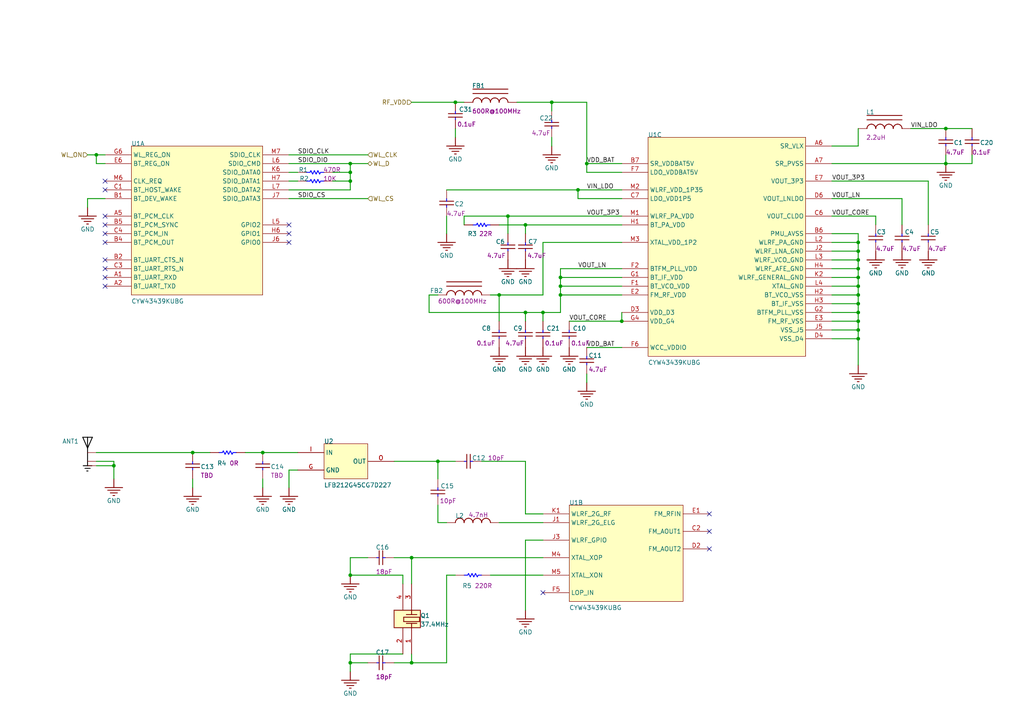
<source format=kicad_sch>
(kicad_sch (version 20230121) (generator eeschema)
  (paper "A4")
  (lib_symbols
    (symbol "CYW43438-altium-import:GND" (power)
      (property "Reference" "#PWR" (at 0 0 0))
      (property "Value" "GND" (at 0 6.35 0))
      (symbol "GND_0_0"
        (polyline (pts (xy -2.54 -2.54) (xy 2.54 -2.54)) (stroke (width 0.254)))
        (polyline (pts (xy -1.778 -3.302) (xy 1.778 -3.302)) (stroke (width 0.254)))
        (polyline (pts (xy -1.016 -4.064) (xy 1.016 -4.064)) (stroke (width 0.254)))
        (polyline (pts (xy -0.254 -4.826) (xy 0.254 -4.826)) (stroke (width 0.254)))
        (polyline (pts (xy 0 0) (xy 0 -2.54)) (stroke (width 0.254)))
        (pin power_in line (at 0 0 0) (length 0) hide (name "GND") (number ""))
      )
    )
    (symbol "CYW43438-altium-import:root_0_CYW43439KUBG"
      (symbol "root_0_CYW43439KUBG_1_0"
        (rectangle (start 38.1 43.18) (end 0 0) (fill (type background)))
        (pin passive line (at -7.62 5.08 0) (length 7.62) (name "BT_UART_RXD") (number "A1"))
        (pin passive line (at -7.62 2.54 0) (length 7.62) (name "BT_UART_TXD") (number "A2"))
        (pin passive line (at -7.62 22.86 0) (length 7.62) (name "BT_PCM_CLK") (number "A5"))
        (pin passive line (at -7.62 27.94 0) (length 7.62) (name "BT_DEV_WAKE") (number "B1"))
        (pin passive line (at -7.62 10.16 0) (length 7.62) (name "BT_UART_CTS_N") (number "B2"))
        (pin passive line (at -7.62 15.24 0) (length 7.62) (name "BT_PCM_OUT") (number "B4"))
        (pin passive line (at -7.62 20.32 0) (length 7.62) (name "BT_PCM_SYNC") (number "B5"))
        (pin passive line (at -7.62 30.48 0) (length 7.62) (name "BT_HOST_WAKE") (number "C1"))
        (pin passive line (at -7.62 7.62 0) (length 7.62) (name "BT_UART_RTS_N") (number "C3"))
        (pin passive line (at -7.62 17.78 0) (length 7.62) (name "BT_PCM_IN") (number "C4"))
        (pin passive line (at -7.62 38.1 0) (length 7.62) (name "BT_REG_ON") (number "E6"))
        (pin passive line (at -7.62 40.64 0) (length 7.62) (name "WL_REG_ON") (number "G6"))
        (pin passive line (at 45.72 17.78 180) (length 7.62) (name "GPIO1") (number "H6"))
        (pin passive line (at 45.72 33.02 180) (length 7.62) (name "SDIO_DATA1") (number "H7"))
        (pin passive line (at 45.72 15.24 180) (length 7.62) (name "GPIO0") (number "J6"))
        (pin passive line (at 45.72 27.94 180) (length 7.62) (name "SDIO_DATA3") (number "J7"))
        (pin passive line (at 45.72 35.56 180) (length 7.62) (name "SDIO_DATA0") (number "K6"))
        (pin passive line (at 45.72 20.32 180) (length 7.62) (name "GPIO2") (number "L5"))
        (pin passive line (at 45.72 38.1 180) (length 7.62) (name "SDIO_CMD") (number "L6"))
        (pin passive line (at 45.72 30.48 180) (length 7.62) (name "SDIO_DATA2") (number "L7"))
        (pin passive line (at -7.62 33.02 0) (length 7.62) (name "CLK_REQ") (number "M6"))
        (pin passive line (at 45.72 40.64 180) (length 7.62) (name "SDIO_CLK") (number "M7"))
      )
      (symbol "root_0_CYW43439KUBG_2_0"
        (rectangle (start 33.02 27.94) (end 0 0) (fill (type background)))
        (pin passive line (at 40.64 20.32 180) (length 7.62) (name "FM_AOUT1") (number "C2"))
        (pin passive line (at 40.64 15.24 180) (length 7.62) (name "FM_AOUT2") (number "D2"))
        (pin passive line (at 40.64 25.4 180) (length 7.62) (name "FM_RFIN") (number "E1"))
        (pin passive line (at -7.62 2.54 0) (length 7.62) (name "LOP_IN") (number "F5"))
        (pin passive line (at -7.62 22.86 0) (length 7.62) (name "WLRF_2G_ELG") (number "J1"))
        (pin passive line (at -7.62 17.78 0) (length 7.62) (name "WLRF_GPIO") (number "J3"))
        (pin passive line (at -7.62 25.4 0) (length 7.62) (name "WLRF_2G_RF") (number "K1"))
        (pin passive line (at -7.62 12.7 0) (length 7.62) (name "XTAL_XOP") (number "M4"))
        (pin passive line (at -7.62 7.62 0) (length 7.62) (name "XTAL_XON") (number "M5"))
      )
      (symbol "root_0_CYW43439KUBG_3_0"
        (rectangle (start 45.72 63.5) (end 0 0) (fill (type background)))
        (pin passive line (at 53.34 60.96 180) (length 7.62) (name "SR_VLX") (number "A6"))
        (pin passive line (at 53.34 55.88 180) (length 7.62) (name "SR_PVSS") (number "A7"))
        (pin passive line (at 53.34 35.56 180) (length 7.62) (name "PMU_AVSS") (number "B6"))
        (pin passive line (at -7.62 55.88 0) (length 7.62) (name "SR_VDDBAT5V") (number "B7"))
        (pin passive line (at 53.34 40.64 180) (length 7.62) (name "VOUT_CLDO") (number "C6"))
        (pin passive line (at -7.62 45.72 0) (length 7.62) (name "LDO_VDD1P5") (number "C7"))
        (pin passive line (at -7.62 12.7 0) (length 7.62) (name "VDD_D3") (number "D3"))
        (pin passive line (at 53.34 5.08 180) (length 7.62) (name "VSS_D4") (number "D4"))
        (pin passive line (at 53.34 45.72 180) (length 7.62) (name "VOUT_LNLDO") (number "D6"))
        (pin passive line (at -7.62 17.78 0) (length 7.62) (name "FM_RF_VDD") (number "E2"))
        (pin passive line (at 53.34 10.16 180) (length 7.62) (name "FM_RF_VSS") (number "E3"))
        (pin passive line (at 53.34 50.8 180) (length 7.62) (name "VOUT_3P3") (number "E7"))
        (pin passive line (at -7.62 20.32 0) (length 7.62) (name "BT_VCO_VDD") (number "F1"))
        (pin passive line (at -7.62 25.4 0) (length 7.62) (name "BTFM_PLL_VDD") (number "F2"))
        (pin passive line (at -7.62 2.54 0) (length 7.62) (name "WCC_VDDIO") (number "F6"))
        (pin passive line (at -7.62 53.34 0) (length 7.62) (name "LDO_VDDBAT5V") (number "F7"))
        (pin passive line (at -7.62 22.86 0) (length 7.62) (name "BT_IF_VDD") (number "G1"))
        (pin passive line (at 53.34 12.7 180) (length 7.62) (name "BTFM_PLL_VSS") (number "G2"))
        (pin passive line (at -7.62 10.16 0) (length 7.62) (name "VDD_G4") (number "G4"))
        (pin passive line (at -7.62 38.1 0) (length 7.62) (name "BT_PA_VDD") (number "H1"))
        (pin passive line (at 53.34 17.78 180) (length 7.62) (name "BT_VCO_VSS") (number "H2"))
        (pin passive line (at 53.34 15.24 180) (length 7.62) (name "BT_IF_VSS") (number "H3"))
        (pin passive line (at 53.34 25.4 180) (length 7.62) (name "WLRF_AFE_GND") (number "H4"))
        (pin passive line (at 53.34 30.48 180) (length 7.62) (name "WLRF_LNA_GND") (number "J2"))
        (pin passive line (at 53.34 7.62 180) (length 7.62) (name "VSS_J5") (number "J5"))
        (pin passive line (at 53.34 22.86 180) (length 7.62) (name "WLRF_GENERAL_GND") (number "K2"))
        (pin passive line (at 53.34 33.02 180) (length 7.62) (name "WLRF_PA_GND") (number "L2"))
        (pin passive line (at 53.34 27.94 180) (length 7.62) (name "WLRF_VCO_GND") (number "L3"))
        (pin passive line (at 53.34 20.32 180) (length 7.62) (name "XTAL_GND") (number "L4"))
        (pin passive line (at -7.62 40.64 0) (length 7.62) (name "WLRF_PA_VDD") (number "M1"))
        (pin passive line (at -7.62 48.26 0) (length 7.62) (name "WLRF_VDD_1P35") (number "M2"))
        (pin passive line (at -7.62 33.02 0) (length 7.62) (name "XTAL_VDD_1P2") (number "M3"))
      )
    )
    (symbol "CYW43438-altium-import:root_0_Ferrite 33Ohm 6A"
      (symbol "root_0_Ferrite 33Ohm 6A_1_0"
        (polyline (pts (xy 0 0) (xy 10.16 0)) (stroke (width 0.254)))
        (polyline (pts (xy 10.16 1.27) (xy 0 1.27)) (stroke (width 0.254)))
        (arc (start 1.27 -1.27) (mid 0.372 -1.642) (end 0 -2.54) (stroke (width 0.254)))
        (arc (start 2.54 -2.54) (mid 2.168 -1.642) (end 1.27 -1.27) (stroke (width 0.254)))
        (arc (start 3.81 -1.27) (mid 2.912 -1.642) (end 2.54 -2.54) (stroke (width 0.254)))
        (arc (start 5.08 -2.54) (mid 4.708 -1.642) (end 3.81 -1.27) (stroke (width 0.254)))
        (arc (start 6.35 -1.27) (mid 5.452 -1.642) (end 5.08 -2.54) (stroke (width 0.254)))
        (arc (start 7.62 -2.54) (mid 7.248 -1.642) (end 6.35 -1.27) (stroke (width 0.254)))
        (arc (start 8.89 -1.27) (mid 7.992 -1.642) (end 7.62 -2.54) (stroke (width 0.254)))
        (arc (start 10.16 -2.54) (mid 9.788 -1.642) (end 8.89 -1.27) (stroke (width 0.254)))
        (pin passive line (at -2.54 -2.54 0) (length 2.54) (name "1") (number "1"))
        (pin passive line (at 12.7 -2.54 180) (length 2.54) (name "2") (number "2"))
      )
    )
    (symbol "CYW43438-altium-import:root_0_L 6.8uH 30%"
      (symbol "root_0_L 6.8uH 30%_1_0"
        (polyline (pts (xy 0 0) (xy 10.16 0)) (stroke (width 0.254)))
        (polyline (pts (xy 10.16 1.27) (xy 0 1.27)) (stroke (width 0.254)))
        (arc (start 1.27 -1.27) (mid 0.372 -1.642) (end 0 -2.54) (stroke (width 0.254)))
        (arc (start 2.54 -2.54) (mid 2.168 -1.642) (end 1.27 -1.27) (stroke (width 0.254)))
        (arc (start 3.81 -1.27) (mid 2.912 -1.642) (end 2.54 -2.54) (stroke (width 0.254)))
        (arc (start 5.08 -2.54) (mid 4.708 -1.642) (end 3.81 -1.27) (stroke (width 0.254)))
        (arc (start 6.35 -1.27) (mid 5.452 -1.642) (end 5.08 -2.54) (stroke (width 0.254)))
        (arc (start 7.62 -2.54) (mid 7.248 -1.642) (end 6.35 -1.27) (stroke (width 0.254)))
        (arc (start 8.89 -1.27) (mid 7.992 -1.642) (end 7.62 -2.54) (stroke (width 0.254)))
        (arc (start 10.16 -2.54) (mid 9.788 -1.642) (end 8.89 -1.27) (stroke (width 0.254)))
        (pin passive line (at -2.54 -2.54 0) (length 2.54) (name "1") (number "1"))
        (pin passive line (at 12.7 -2.54 180) (length 2.54) (name "2") (number "2"))
      )
    )
    (symbol "CYW43438-altium-import:root_0_L0603 470nH 1.4A"
      (symbol "root_0_L0603 470nH 1.4A_1_0"
        (arc (start 1.27 -1.27) (mid 0.372 -1.642) (end 0 -2.54) (stroke (width 0.254)))
        (arc (start 2.54 -2.54) (mid 2.168 -1.642) (end 1.27 -1.27) (stroke (width 0.254)))
        (arc (start 3.81 -1.27) (mid 2.912 -1.642) (end 2.54 -2.54) (stroke (width 0.254)))
        (arc (start 5.08 -2.54) (mid 4.708 -1.642) (end 3.81 -1.27) (stroke (width 0.254)))
        (arc (start 6.35 -1.27) (mid 5.452 -1.642) (end 5.08 -2.54) (stroke (width 0.254)))
        (arc (start 7.62 -2.54) (mid 7.248 -1.642) (end 6.35 -1.27) (stroke (width 0.254)))
        (arc (start 8.89 -1.27) (mid 7.992 -1.642) (end 7.62 -2.54) (stroke (width 0.254)))
        (arc (start 10.16 -2.54) (mid 9.788 -1.642) (end 8.89 -1.27) (stroke (width 0.254)))
        (pin passive line (at -2.54 -2.54 0) (length 2.54) (name "1") (number "1"))
        (pin passive line (at 12.7 -2.54 180) (length 2.54) (name "2") (number "2"))
      )
    )
    (symbol "CYW43438-altium-import:root_0_LFB212G45CG7D227"
      (symbol "root_0_LFB212G45CG7D227_1_0"
        (rectangle (start 12.7 10.16) (end 0 0) (fill (type background)))
        (pin passive line (at -7.62 2.54 0) (length 7.62) (name "GND") (number "G"))
        (pin passive line (at -7.62 7.62 0) (length 7.62) (name "IN") (number "I"))
        (pin passive line (at 20.32 5.08 180) (length 7.62) (name "OUT") (number "O"))
      )
    )
    (symbol "CYW43438-altium-import:root_0_R0402 1K 5% 1/16W"
      (symbol "root_0_R0402 1K 5% 1/16W_1_0"
        (polyline (pts (xy 7.62 0) (xy 6.604 0) (xy 6.35 -0.508) (xy 5.842 0.508) (xy 5.334 -0.508) (xy 4.826 0.508) (xy 4.318 -0.508) (xy 3.81 0.508) (xy 3.556 0) (xy 2.54 0)) (stroke (width 0.254) (color 0 0 255 1)))
        (pin passive line (at 0 0 0) (length 2.54) (name "1") (number "1"))
        (pin passive line (at 10.16 0 180) (length 2.54) (name "2") (number "2"))
      )
    )
    (symbol "CYW43438-altium-import:root_0_R0402 DNP"
      (symbol "root_0_R0402 DNP_1_0"
        (polyline (pts (xy 7.62 0) (xy 6.604 0) (xy 6.35 -0.508) (xy 5.842 0.508) (xy 5.334 -0.508) (xy 4.826 0.508) (xy 4.318 -0.508) (xy 3.81 0.508) (xy 3.556 0) (xy 2.54 0)) (stroke (width 0.254) (color 0 0 255 1)))
        (pin passive line (at 0 0 0) (length 2.54) (name "1") (number "1"))
        (pin passive line (at 10.16 0 180) (length 2.54) (name "2") (number "2"))
      )
    )
    (symbol "CYW43438-altium-import:root_0_mirrored_U.FL-R-SMT-1(10)"
      (symbol "root_0_mirrored_U.FL-R-SMT-1(10)_1_0"
        (polyline (pts (xy -1.397 3.175) (xy 0 0)) (stroke (width 0.254) (color 0 0 0 1)))
        (polyline (pts (xy 0 -5.08) (xy -1.27 -5.08)) (stroke (width 0.254) (color 0 0 0 1)))
        (polyline (pts (xy 0 -5.08) (xy 1.27 -5.08)) (stroke (width 0.254) (color 0 0 0 1)))
        (polyline (pts (xy 0 0) (xy 0 -5.08)) (stroke (width 0.254) (color 0 0 0 1)))
        (polyline (pts (xy 0 0) (xy 1.397 3.175)) (stroke (width 0.254) (color 0 0 0 1)))
        (polyline (pts (xy 0 3.175) (xy -1.397 3.175)) (stroke (width 0.254) (color 0 0 0 1)))
        (polyline (pts (xy 0 3.175) (xy 0 0)) (stroke (width 0.254) (color 0 0 0 1)))
        (polyline (pts (xy 0.127 -6.604) (xy -0.254 -6.604)) (stroke (width 0.254) (color 0 0 0 1)))
        (polyline (pts (xy 0.762 -5.842) (xy -0.762 -5.842)) (stroke (width 0.254) (color 0 0 0 1)))
        (polyline (pts (xy 1.397 3.175) (xy 0 3.175)) (stroke (width 0.254) (color 0 0 0 1)))
        (pin passive line (at 2.54 -1.27 180) (length 2.54) (name "RF") (number "1"))
        (pin passive line (at 2.54 -3.81 180) (length 2.54) (name "GND1") (number "2"))
        (pin passive line (at 2.54 -5.08 180) (length 2.54) (name "GND2") (number "3"))
      )
    )
    (symbol "CYW43438-altium-import:root_1_C0201 DNP"
      (symbol "root_1_C0201 DNP_1_0"
        (polyline (pts (xy 2.54 2.54) (xy 3.302 2.54)) (stroke (width 0.254) (color 0 0 255 1)))
        (polyline (pts (xy 3.302 0.508) (xy 3.302 4.572)) (stroke (width 0.254)))
        (polyline (pts (xy 4.318 4.572) (xy 4.318 0.508)) (stroke (width 0.254)))
        (polyline (pts (xy 5.08 2.54) (xy 4.318 2.54)) (stroke (width 0.254) (color 0 0 255 1)))
        (pin passive line (at 0 2.54 0) (length 2.54) (name "1") (number "1"))
        (pin passive line (at 7.62 2.54 180) (length 2.54) (name "2") (number "2"))
      )
    )
    (symbol "CYW43438-altium-import:root_2_C0201 DNP"
      (symbol "root_2_C0201 DNP_1_0"
        (polyline (pts (xy -4.572 4.318) (xy -0.508 4.318)) (stroke (width 0.254)))
        (polyline (pts (xy -2.54 2.54) (xy -2.54 3.302)) (stroke (width 0.254) (color 0 0 255 1)))
        (polyline (pts (xy -2.54 5.08) (xy -2.54 4.318)) (stroke (width 0.254) (color 0 0 255 1)))
        (polyline (pts (xy -0.508 3.302) (xy -4.572 3.302)) (stroke (width 0.254)))
        (pin passive line (at -2.54 0 90) (length 2.54) (name "1") (number "1"))
        (pin passive line (at -2.54 7.62 270) (length 2.54) (name "2") (number "2"))
      )
    )
    (symbol "CYW43438-altium-import:root_2_C0402 12pF 50V C0G 2%"
      (symbol "root_2_C0402 12pF 50V C0G 2%_1_0"
        (polyline (pts (xy -4.572 4.318) (xy -0.508 4.318)) (stroke (width 0.254)))
        (polyline (pts (xy -2.54 2.54) (xy -2.54 3.302)) (stroke (width 0.254) (color 0 0 255 1)))
        (polyline (pts (xy -2.54 5.08) (xy -2.54 4.318)) (stroke (width 0.254) (color 0 0 255 1)))
        (polyline (pts (xy -0.508 3.302) (xy -4.572 3.302)) (stroke (width 0.254)))
        (pin passive line (at -2.54 0 90) (length 2.54) (name "1") (number "1"))
        (pin passive line (at -2.54 7.62 270) (length 2.54) (name "2") (number "2"))
      )
    )
    (symbol "CYW43438-altium-import:root_2_R0402 DNP"
      (symbol "root_2_R0402 DNP_1_0"
        (polyline (pts (xy -7.62 0) (xy -6.604 0) (xy -6.35 0.508) (xy -5.842 -0.508) (xy -5.334 0.508) (xy -4.826 -0.508) (xy -4.318 0.508) (xy -3.81 -0.508) (xy -3.556 0) (xy -2.54 0)) (stroke (width 0.254) (color 0 0 255 1)))
        (pin passive line (at 0 0 180) (length 2.54) (name "1") (number "1"))
        (pin passive line (at -10.16 0 0) (length 2.54) (name "2") (number "2"))
      )
    )
    (symbol "CYW43438-altium-import:root_3_CRYSTAL"
      (symbol "root_3_CRYSTAL_1_0"
        (polyline (pts (xy 2.794 -3.302) (xy 2.794 -2.032)) (stroke (width 0.254)))
        (polyline (pts (xy 5.08 -5.08) (xy 5.08 -3.81)) (stroke (width 0.254)))
        (polyline (pts (xy 5.08 0) (xy 5.08 -1.27)) (stroke (width 0.254)))
        (polyline (pts (xy 6.604 -3.81) (xy 3.556 -3.81)) (stroke (width 0.254)))
        (polyline (pts (xy 6.604 -1.27) (xy 3.556 -1.27)) (stroke (width 0.254)))
        (polyline (pts (xy 7.366 -3.302) (xy 2.794 -3.302)) (stroke (width 0.254)))
        (polyline (pts (xy 7.366 -3.302) (xy 7.366 -2.032)) (stroke (width 0.254)))
        (polyline (pts (xy 7.366 -2.032) (xy 2.794 -2.032)) (stroke (width 0.254)))
        (rectangle (start 7.62 0) (end 0 -5.08) (stroke (width 0.254)) (fill (type background)))
        (pin passive line (at 5.08 -12.7 90) (length 7.62) (name "1") (number "1"))
        (pin passive line (at 2.54 -12.7 90) (length 7.62) (name "2") (number "2"))
        (pin passive line (at 5.08 7.62 270) (length 7.62) (name "3") (number "3"))
        (pin passive line (at 2.54 7.62 270) (length 7.62) (name "4") (number "4"))
      )
    )
  )
  (junction (at 180.34 93.1672))
  (junction (at 101.6 47.4472))
  (junction (at 162.56 85.5472))
  (junction (at 162.56 80.4672))
  (junction (at 101.6 192.2272))
  (junction (at 157.48 90.6272))
  (junction (at 248.92 85.5472))
  (junction (at 248.92 83.0072))
  (junction (at 162.56 83.0072))
  (junction (at 152.4 90.6272))
  (junction (at 119.38 161.7472))
  (junction (at 55.88 131.2672))
  (junction (at 248.92 98.2472))
  (junction (at 274.32 47.4472))
  (junction (at 248.92 80.4672))
  (junction (at 248.92 77.9272))
  (junction (at 127 133.8072))
  (junction (at 76.2 131.2672))
  (junction (at 248.92 95.7072))
  (junction (at 167.64 55.0672))
  (junction (at 132.08 29.6672))
  (junction (at 33.02 135.0772))
  (junction (at 152.4 65.2272))
  (junction (at 144.78 85.5472))
  (junction (at 274.32 37.2872))
  (junction (at 119.38 192.2272))
  (junction (at 170.18 47.4472))
  (junction (at 248.92 70.3072))
  (junction (at 101.6 52.5272))
  (junction (at 248.92 88.0872))
  (junction (at 248.92 75.3872))
  (junction (at 147.32 62.6872))
  (junction (at 248.92 72.8472))
  (junction (at 248.92 90.6272))
  (junction (at 27.94 44.9072))
  (junction (at 101.6 49.9872))
  (junction (at 101.6 166.8272))
  (junction (at 248.92 93.1672))
  (junction (at 160.02 29.6672))
  (no_connect (at 83.82 65.2272))
  (no_connect (at 30.48 80.4672))
  (no_connect (at 205.74 149.0472))
  (no_connect (at 83.82 70.3072))
  (no_connect (at 157.48 171.9072))
  (no_connect (at 205.74 154.1272))
  (no_connect (at 30.48 75.3872))
  (no_connect (at 30.48 55.0672))
  (no_connect (at 30.48 83.0072))
  (no_connect (at 30.48 67.7672))
  (no_connect (at 30.48 65.2272))
  (no_connect (at 30.48 62.6872))
  (no_connect (at 30.48 77.9272))
  (no_connect (at 83.82 67.7672))
  (no_connect (at 30.48 70.3072))
  (no_connect (at 30.48 52.5272))
  (no_connect (at 205.74 159.2072))
  (wire (pts (xy 162.56 85.5472) (xy 180.34 85.5472)) (stroke (width 0.254)))
  (wire (pts (xy 119.38 161.7472) (xy 157.48 161.7472)) (stroke (width 0.254)))
  (wire (pts (xy 116.84 189.6872) (xy 101.6 189.6872)) (stroke (width 0.254)))
  (wire (pts (xy 144.78 85.5472) (xy 157.48 85.5472)) (stroke (width 0.254)))
  (wire (pts (xy 152.4 65.2272) (xy 180.34 65.2272)) (stroke (width 0.254)))
  (wire (pts (xy 248.92 83.0072) (xy 248.92 85.5472)) (stroke (width 0.254)))
  (wire (pts (xy 127 133.8072) (xy 132.08 133.8072)) (stroke (width 0.254)))
  (wire (pts (xy 27.94 133.8072) (xy 33.02 133.8072)) (stroke (width 0.254)))
  (wire (pts (xy 241.3 77.9272) (xy 248.92 77.9272)) (stroke (width 0.254)))
  (wire (pts (xy 152.4 93.1672) (xy 152.4 90.6272)) (stroke (width 0.254)))
  (wire (pts (xy 248.92 85.5472) (xy 248.92 88.0872)) (stroke (width 0.254)))
  (wire (pts (xy 180.34 93.1672) (xy 180.34 90.6272)) (stroke (width 0.254)))
  (wire (pts (xy 127 146.5072) (xy 127 151.5872)) (stroke (width 0.254)))
  (wire (pts (xy 248.92 77.9272) (xy 248.92 80.4672)) (stroke (width 0.254)))
  (wire (pts (xy 127 151.5872) (xy 129.54 151.5872)) (stroke (width 0.254)))
  (wire (pts (xy 76.2 131.2672) (xy 86.36 131.2672)) (stroke (width 0.254)))
  (wire (pts (xy 241.3 47.4472) (xy 274.32 47.4472)) (stroke (width 0.254)))
  (wire (pts (xy 157.48 70.3072) (xy 180.34 70.3072)) (stroke (width 0.254)))
  (wire (pts (xy 248.92 67.7672) (xy 248.92 70.3072)) (stroke (width 0.254)))
  (wire (pts (xy 127 85.5472) (xy 124.46 85.5472)) (stroke (width 0.254)))
  (wire (pts (xy 83.82 55.0672) (xy 101.6 55.0672)) (stroke (width 0.254)))
  (wire (pts (xy 167.64 57.6072) (xy 167.64 55.0672)) (stroke (width 0.254)))
  (wire (pts (xy 241.3 62.6872) (xy 254 62.6872)) (stroke (width 0.254)))
  (wire (pts (xy 157.48 151.5872) (xy 144.78 151.5872)) (stroke (width 0.254)))
  (wire (pts (xy 114.3 192.2272) (xy 119.38 192.2272)) (stroke (width 0.254)))
  (wire (pts (xy 27.94 135.0772) (xy 33.02 135.0772)) (stroke (width 0.254)))
  (wire (pts (xy 241.3 93.1672) (xy 248.92 93.1672)) (stroke (width 0.254)))
  (wire (pts (xy 157.48 166.8272) (xy 142.24 166.8272)) (stroke (width 0.254)))
  (wire (pts (xy 248.92 75.3872) (xy 248.92 77.9272)) (stroke (width 0.254)))
  (wire (pts (xy 142.24 85.5472) (xy 144.78 85.5472)) (stroke (width 0.254)))
  (wire (pts (xy 241.3 72.8472) (xy 248.92 72.8472)) (stroke (width 0.254)))
  (wire (pts (xy 157.48 93.1672) (xy 157.48 90.6272)) (stroke (width 0.254)))
  (wire (pts (xy 160.02 32.2072) (xy 160.02 29.6672)) (stroke (width 0.254)))
  (wire (pts (xy 170.18 47.4472) (xy 170.18 29.6672)) (stroke (width 0.254)))
  (wire (pts (xy 152.4 133.8072) (xy 139.7 133.8072)) (stroke (width 0.254)))
  (wire (pts (xy 157.48 149.0472) (xy 152.4 149.0472)) (stroke (width 0.254)))
  (wire (pts (xy 248.92 70.3072) (xy 248.92 72.8472)) (stroke (width 0.254)))
  (wire (pts (xy 83.82 52.5272) (xy 86.36 52.5272)) (stroke (width 0.254)))
  (wire (pts (xy 160.02 29.6672) (xy 149.86 29.6672)) (stroke (width 0.254)))
  (wire (pts (xy 269.24 52.5272) (xy 269.24 65.2272)) (stroke (width 0.254)))
  (wire (pts (xy 114.3 161.7472) (xy 119.38 161.7472)) (stroke (width 0.254)))
  (wire (pts (xy 132.08 166.8272) (xy 129.54 166.8272)) (stroke (width 0.254)))
  (wire (pts (xy 180.34 62.6872) (xy 147.32 62.6872)) (stroke (width 0.254)))
  (wire (pts (xy 106.68 57.6072) (xy 83.82 57.6072)) (stroke (width 0.254)))
  (wire (pts (xy 27.94 47.4472) (xy 30.48 47.4472)) (stroke (width 0.254)))
  (wire (pts (xy 106.68 192.2272) (xy 101.6 192.2272)) (stroke (width 0.254)))
  (wire (pts (xy 27.94 44.9072) (xy 25.4 44.9072)) (stroke (width 0.254)))
  (wire (pts (xy 180.34 77.9272) (xy 162.56 77.9272)) (stroke (width 0.254)))
  (wire (pts (xy 101.6 47.4472) (xy 106.68 47.4472)) (stroke (width 0.254)))
  (wire (pts (xy 241.3 52.5272) (xy 269.24 52.5272)) (stroke (width 0.254)))
  (wire (pts (xy 180.34 55.0672) (xy 167.64 55.0672)) (stroke (width 0.254)))
  (wire (pts (xy 241.3 75.3872) (xy 248.92 75.3872)) (stroke (width 0.254)))
  (wire (pts (xy 124.46 90.6272) (xy 152.4 90.6272)) (stroke (width 0.254)))
  (wire (pts (xy 241.3 80.4672) (xy 248.92 80.4672)) (stroke (width 0.254)))
  (wire (pts (xy 144.78 65.2272) (xy 152.4 65.2272)) (stroke (width 0.254)))
  (wire (pts (xy 180.34 47.4472) (xy 170.18 47.4472)) (stroke (width 0.254)))
  (wire (pts (xy 281.94 47.4472) (xy 274.32 47.4472)) (stroke (width 0.254)))
  (wire (pts (xy 180.34 83.0072) (xy 162.56 83.0072)) (stroke (width 0.254)))
  (wire (pts (xy 132.08 39.8272) (xy 132.08 37.2872)) (stroke (width 0.254)))
  (wire (pts (xy 76.2 141.4272) (xy 76.2 138.8872)) (stroke (width 0.254)))
  (wire (pts (xy 170.18 49.9872) (xy 170.18 47.4472)) (stroke (width 0.254)))
  (wire (pts (xy 157.48 156.6672) (xy 152.4 156.6672)) (stroke (width 0.254)))
  (wire (pts (xy 248.92 95.7072) (xy 248.92 98.2472)) (stroke (width 0.254)))
  (wire (pts (xy 134.62 62.6872) (xy 134.62 65.2272)) (stroke (width 0.254)))
  (wire (pts (xy 83.82 136.3472) (xy 83.82 141.4272)) (stroke (width 0.254)))
  (wire (pts (xy 101.6 52.5272) (xy 101.6 49.9872)) (stroke (width 0.254)))
  (wire (pts (xy 114.3 133.8072) (xy 127 133.8072)) (stroke (width 0.254)))
  (wire (pts (xy 241.3 70.3072) (xy 248.92 70.3072)) (stroke (width 0.254)))
  (wire (pts (xy 248.92 88.0872) (xy 248.92 90.6272)) (stroke (width 0.254)))
  (wire (pts (xy 274.32 47.4472) (xy 274.32 44.9072)) (stroke (width 0.254)))
  (wire (pts (xy 55.88 141.4272) (xy 55.88 138.8872)) (stroke (width 0.254)))
  (wire (pts (xy 170.18 29.6672) (xy 160.02 29.6672)) (stroke (width 0.254)))
  (wire (pts (xy 96.52 49.9872) (xy 101.6 49.9872)) (stroke (width 0.254)))
  (wire (pts (xy 152.4 149.0472) (xy 152.4 133.8072)) (stroke (width 0.254)))
  (wire (pts (xy 83.82 47.4472) (xy 101.6 47.4472)) (stroke (width 0.254)))
  (wire (pts (xy 170.18 100.7872) (xy 180.34 100.7872)) (stroke (width 0.254)))
  (wire (pts (xy 144.78 93.1672) (xy 144.78 85.5472)) (stroke (width 0.254)))
  (wire (pts (xy 241.3 67.7672) (xy 248.92 67.7672)) (stroke (width 0.254)))
  (wire (pts (xy 248.92 80.4672) (xy 248.92 83.0072)) (stroke (width 0.254)))
  (wire (pts (xy 180.34 57.6072) (xy 167.64 57.6072)) (stroke (width 0.254)))
  (wire (pts (xy 241.3 98.2472) (xy 248.92 98.2472)) (stroke (width 0.254)))
  (wire (pts (xy 248.92 72.8472) (xy 248.92 75.3872)) (stroke (width 0.254)))
  (wire (pts (xy 241.3 85.5472) (xy 248.92 85.5472)) (stroke (width 0.254)))
  (wire (pts (xy 248.92 42.3672) (xy 241.3 42.3672)) (stroke (width 0.254)))
  (wire (pts (xy 152.4 156.6672) (xy 152.4 176.9872)) (stroke (width 0.254)))
  (wire (pts (xy 248.92 93.1672) (xy 248.92 95.7072)) (stroke (width 0.254)))
  (wire (pts (xy 254 62.6872) (xy 254 65.2272)) (stroke (width 0.254)))
  (wire (pts (xy 106.68 44.9072) (xy 83.82 44.9072)) (stroke (width 0.254)))
  (wire (pts (xy 152.4 67.7672) (xy 152.4 65.2272)) (stroke (width 0.254)))
  (wire (pts (xy 101.6 49.9872) (xy 101.6 47.4472)) (stroke (width 0.254)))
  (wire (pts (xy 30.48 57.6072) (xy 25.4 57.6072)) (stroke (width 0.254)))
  (wire (pts (xy 248.92 98.2472) (xy 248.92 105.8672)) (stroke (width 0.254)))
  (wire (pts (xy 241.3 57.6072) (xy 261.62 57.6072)) (stroke (width 0.254)))
  (wire (pts (xy 101.6 189.6872) (xy 101.6 192.2272)) (stroke (width 0.254)))
  (wire (pts (xy 261.62 57.6072) (xy 261.62 65.2272)) (stroke (width 0.254)))
  (wire (pts (xy 160.02 42.3672) (xy 160.02 39.8272)) (stroke (width 0.254)))
  (wire (pts (xy 241.3 88.0872) (xy 248.92 88.0872)) (stroke (width 0.254)))
  (wire (pts (xy 127 138.8872) (xy 127 133.8072)) (stroke (width 0.254)))
  (wire (pts (xy 116.84 169.3672) (xy 116.84 166.8272)) (stroke (width 0.254)))
  (wire (pts (xy 152.4 90.6272) (xy 157.48 90.6272)) (stroke (width 0.254)))
  (wire (pts (xy 162.56 80.4672) (xy 180.34 80.4672)) (stroke (width 0.254)))
  (wire (pts (xy 101.6 166.8272) (xy 101.6 161.7472)) (stroke (width 0.254)))
  (wire (pts (xy 129.54 67.7672) (xy 129.54 62.6872)) (stroke (width 0.254)))
  (wire (pts (xy 86.36 136.3472) (xy 83.82 136.3472)) (stroke (width 0.254)))
  (wire (pts (xy 27.94 131.2672) (xy 55.88 131.2672)) (stroke (width 0.254)))
  (wire (pts (xy 162.56 77.9272) (xy 162.56 80.4672)) (stroke (width 0.254)))
  (wire (pts (xy 129.54 166.8272) (xy 129.54 192.2272)) (stroke (width 0.254)))
  (wire (pts (xy 101.6 55.0672) (xy 101.6 52.5272)) (stroke (width 0.254)))
  (wire (pts (xy 157.48 85.5472) (xy 157.48 70.3072)) (stroke (width 0.254)))
  (wire (pts (xy 167.64 55.0672) (xy 129.54 55.0672)) (stroke (width 0.254)))
  (wire (pts (xy 25.4 57.6072) (xy 25.4 60.1472)) (stroke (width 0.254)))
  (wire (pts (xy 96.52 52.5272) (xy 101.6 52.5272)) (stroke (width 0.254)))
  (wire (pts (xy 274.32 37.2872) (xy 264.16 37.2872)) (stroke (width 0.254)))
  (wire (pts (xy 119.38 192.2272) (xy 119.38 189.6872)) (stroke (width 0.254)))
  (wire (pts (xy 147.32 67.7672) (xy 147.32 62.6872)) (stroke (width 0.254)))
  (wire (pts (xy 248.92 37.2872) (xy 248.92 42.3672)) (stroke (width 0.254)))
  (wire (pts (xy 71.12 131.2672) (xy 76.2 131.2672)) (stroke (width 0.254)))
  (wire (pts (xy 116.84 166.8272) (xy 101.6 166.8272)) (stroke (width 0.254)))
  (wire (pts (xy 241.3 83.0072) (xy 248.92 83.0072)) (stroke (width 0.254)))
  (wire (pts (xy 162.56 90.6272) (xy 162.56 85.5472)) (stroke (width 0.254)))
  (wire (pts (xy 157.48 90.6272) (xy 162.56 90.6272)) (stroke (width 0.254)))
  (wire (pts (xy 165.1 93.1672) (xy 180.34 93.1672)) (stroke (width 0.254)))
  (wire (pts (xy 147.32 62.6872) (xy 134.62 62.6872)) (stroke (width 0.254)))
  (wire (pts (xy 162.56 85.5472) (xy 162.56 83.0072)) (stroke (width 0.254)))
  (wire (pts (xy 241.3 95.7072) (xy 248.92 95.7072)) (stroke (width 0.254)))
  (wire (pts (xy 241.3 90.6272) (xy 248.92 90.6272)) (stroke (width 0.254)))
  (wire (pts (xy 101.6 161.7472) (xy 106.68 161.7472)) (stroke (width 0.254)))
  (wire (pts (xy 33.02 133.8072) (xy 33.02 135.0772)) (stroke (width 0.254)))
  (wire (pts (xy 124.46 85.5472) (xy 124.46 90.6272)) (stroke (width 0.254)))
  (wire (pts (xy 248.92 90.6272) (xy 248.92 93.1672)) (stroke (width 0.254)))
  (wire (pts (xy 55.88 131.2672) (xy 60.96 131.2672)) (stroke (width 0.254)))
  (wire (pts (xy 281.94 44.9072) (xy 281.94 47.4472)) (stroke (width 0.254)))
  (wire (pts (xy 132.08 29.6672) (xy 134.62 29.6672)) (stroke (width 0.254)))
  (wire (pts (xy 83.82 49.9872) (xy 86.36 49.9872)) (stroke (width 0.254)))
  (wire (pts (xy 27.94 44.9072) (xy 27.94 47.4472)) (stroke (width 0.254)))
  (wire (pts (xy 162.56 83.0072) (xy 162.56 80.4672)) (stroke (width 0.254)))
  (wire (pts (xy 170.18 110.9472) (xy 170.18 108.4072)) (stroke (width 0.254)))
  (wire (pts (xy 119.38 169.3672) (xy 119.38 161.7472)) (stroke (width 0.254)))
  (wire (pts (xy 119.38 29.6672) (xy 132.08 29.6672)) (stroke (width 0.254)))
  (wire (pts (xy 33.02 135.0772) (xy 33.02 138.8872)) (stroke (width 0.254)))
  (wire (pts (xy 180.34 49.9872) (xy 170.18 49.9872)) (stroke (width 0.254)))
  (wire (pts (xy 281.94 37.2872) (xy 274.32 37.2872)) (stroke (width 0.254)))
  (wire (pts (xy 101.6 192.2272) (xy 101.6 194.7672)) (stroke (width 0.254)))
  (wire (pts (xy 129.54 192.2272) (xy 119.38 192.2272)) (stroke (width 0.254)))
  (wire (pts (xy 30.48 44.9072) (xy 27.94 44.9072)) (stroke (width 0.254)))
  (label "VOUT_LN" (at 241.3 57.6072 180))
  (label "VOUT_3P3" (at 170.18 62.6872 180))
  (label "VOUT_3P3" (at 241.3 52.5272 180))
  (label "VIN_LDO" (at 170.18 55.0672 180))
  (label "SDIO_DIO" (at 86.36 47.4472 180))
  (label "VOUT_LN" (at 167.64 77.9272 180))
  (label "VDD_BAT" (at 170.18 100.7872 180))
  (label "VDD_BAT" (at 170.18 47.4472 180))
  (label "VOUT_CORE" (at 241.3 62.6872 180))
  (label "SDIO_CLK" (at 86.36 44.9072 180))
  (label "VOUT_CORE" (at 165.1 93.1672 180))
  (label "VIN_LDO" (at 264.16 37.2872 180))
  (label "SDIO_CS" (at 86.36 57.6072 180))
  (hierarchical_label "WL_D" (shape bidirectional) (at 106.68 47.4472 0))
  (hierarchical_label "WL_CS" (shape input) (at 106.68 57.6072 0))
  (hierarchical_label "WL_CLK" (shape input) (at 106.68 44.9072 0))
  (hierarchical_label "WL_ON" (shape input) (at 25.4 44.9072 180))
  (hierarchical_label "RF_VDD" (shape input) (at 119.38 29.6672 180))
  (symbol (lib_id "CYW43438-altium-import:root_2_C0402 12pF 50V C0G 2%") (at 162.56 39.8272 0) (unit 1)
    (property "Reference" "C22" (at 156.464 35.0012 0) (effects (justify left bottom)))
    (property "Value" "C0402 12pF 50V" (effects hide))
    (property "Footprint" "C0402" (effects hide))
    (property "DIGIKEY" "490-6197-1-ND" (effects hide))
    (property "PN" "GRM155R61A475KEAAD" (effects hide))
    (property "MFG" "muRata" (effects hide))
    (property "SUPPLIER 1" "Digi-Key" (effects hide))
    (property "SUPPLIER PART NUMBER 1" "490-6197-1-ND" (effects hide))
    (property "ALTIUM_VALUE" "4.7uF" (at 154.178 39.3192 0) (effects (justify left bottom)))
  )
  (symbol (lib_id "CYW43438-altium-import:GND") (at 25.4 60.1472 0) (unit 1)
    (property "Reference" "#PWR?" (effects hide))
    (property "Value" "GND" (at 25.4 66.4972 0))
  )
  (symbol (lib_id "CYW43438-altium-import:root_2_R0402 DNP") (at 96.52 52.5272 0) (unit 1)
    (property "Reference" "R2" (at 86.868 52.5272 0) (effects (justify left bottom)))
    (property "Value" "R0402 DO NOT PLACE" (effects hide))
    (property "Footprint" "R0201" (effects hide))
    (property "MFG" "YAGEO" (effects hide))
    (property "PN" "RC0201JR-0710KL" (effects hide))
    (property "ALTIUM_VALUE" "10K" (at 93.726 52.5272 0) (effects (justify left bottom)))
  )
  (symbol (lib_id "CYW43438-altium-import:root_0_R0402 1K 5% 1/16W") (at 134.62 65.2272 0) (unit 1)
    (property "Reference" "R3" (at 135.636 68.5292 0) (effects (justify left bottom)))
    (property "Value" "R0402 1K 5% 1/16W" (effects hide))
    (property "Footprint" "R0402" (effects hide))
    (property "DIGIKEY" "YAG3525TR-ND" (effects hide))
    (property "PN" "RC0402FR-0722RL" (effects hide))
    (property "MFG" "YAGEO" (effects hide))
    (property "SUPPLIER 1" "Digi-Key" (effects hide))
    (property "SUPPLIER PART NUMBER 1" "YAG3525DKR-ND" (effects hide))
    (property "ALTIUM_VALUE" "22R" (at 138.938 68.5292 0) (effects (justify left bottom)))
  )
  (symbol (lib_id "CYW43438-altium-import:root_0_mirrored_U.FL-R-SMT-1(10)") (at 25.4 129.9972 0) (unit 1)
    (property "Reference" "ANT1" (at 22.86 128.7272 0) (effects (justify right bottom)))
    (property "Value" "U.FL-R-SMT-1(10)" (effects hide))
    (property "Footprint" "AN043_2.4GHZ" (effects hide))
    (property "PACKAGE" "None" (effects hide))
    (property "MANUFACTURER" "Hirose" (effects hide))
    (property "DIGIKEY" "H11891CT-ND" (effects hide))
    (property "SNAPEDA_LINK" "https://www.snapeda.com/parts/U.FL-R-SMT-1%2810%29/Hirose%20Electric%20Co%20Ltd/view-part/?ref=snap" (effects hide))
    (property "PART NUMBER" "U.FL-R-SMT-1_10_" (effects hide))
    (property "ALTIUM_VALUE" "*" (effects hide))
    (property "SUPPLIER 1" "Digi-Key" (effects hide))
    (property "SUPPLIER PART NUMBER 1" "H11891DKR-ND" (effects hide))
  )
  (symbol (lib_id "CYW43438-altium-import:root_2_C0402 12pF 50V C0G 2%") (at 160.02 100.7872 0) (unit 1)
    (property "Reference" "C21" (at 158.496 95.9612 0) (effects (justify left bottom)))
    (property "Value" "C0402 12pF 50V" (effects hide))
    (property "Footprint" "C0201" (effects hide))
    (property "DIGIKEY" "490-6197-1-ND" (effects hide))
    (property "PN" "GRM033Z71A104KE14D" (effects hide))
    (property "MFG" "muRata" (effects hide))
    (property "SUPPLIER 1" "Digi-Key" (effects hide))
    (property "SUPPLIER PART NUMBER 1" "490-6197-1-ND" (effects hide))
    (property "ALTIUM_VALUE" "0.1uF" (at 157.988 100.2792 0) (effects (justify left bottom)))
  )
  (symbol (lib_id "CYW43438-altium-import:root_2_C0402 12pF 50V C0G 2%") (at 271.78 72.8472 0) (unit 1)
    (property "Reference" "C5" (at 269.748 68.0212 0) (effects (justify left bottom)))
    (property "Value" "C0402 12pF 50V" (effects hide))
    (property "Footprint" "C0402" (effects hide))
    (property "DIGIKEY" "490-6197-1-ND" (effects hide))
    (property "PN" "GRM155R61A475KEAAD" (effects hide))
    (property "MFG" "muRata" (effects hide))
    (property "SUPPLIER 1" "Digi-Key" (effects hide))
    (property "SUPPLIER PART NUMBER 1" "490-6197-1-ND" (effects hide))
    (property "ALTIUM_VALUE" "4.7uF" (at 269.24 72.8472 0) (effects (justify left bottom)))
  )
  (symbol (lib_id "CYW43438-altium-import:root_0_CYW43439KUBG") (at 165.1 174.4472 0) (unit 2)
    (property "Reference" "U1" (at 165.1 146.5072 0) (effects (justify left bottom)))
    (property "Value" "CYW43439KUBG" (at 165.1 176.9872 0) (effects (justify left bottom)))
    (property "Footprint" "CY43439" (effects hide))
    (property "PN" "CYW43439KUBG" (effects hide))
    (property "MFG" "Infineon" (effects hide))
    (property "ALTIUM_VALUE" "N/A" (effects hide))
  )
  (symbol (lib_id "CYW43438-altium-import:GND") (at 274.32 47.4472 0) (unit 1)
    (property "Reference" "#PWR?" (effects hide))
    (property "Value" "GND" (at 274.32 53.7972 0))
  )
  (symbol (lib_id "CYW43438-altium-import:root_2_C0402 12pF 50V C0G 2%") (at 134.62 37.2872 0) (unit 1)
    (property "Reference" "C31" (at 133.096 32.4612 0) (effects (justify left bottom)))
    (property "Value" "C0402 12pF 50V" (effects hide))
    (property "Footprint" "C0201" (effects hide))
    (property "DIGIKEY" "490-6197-1-ND" (effects hide))
    (property "PN" "GRM033Z71A104KE14D" (effects hide))
    (property "MFG" "muRata" (effects hide))
    (property "SUPPLIER 1" "Digi-Key" (effects hide))
    (property "SUPPLIER PART NUMBER 1" "490-6197-1-ND" (effects hide))
    (property "ALTIUM_VALUE" "0.1uF" (at 132.588 36.7792 0) (effects (justify left bottom)))
  )
  (symbol (lib_id "CYW43438-altium-import:GND") (at 269.24 72.8472 0) (unit 1)
    (property "Reference" "#PWR?" (effects hide))
    (property "Value" "GND" (at 269.24 79.1972 0))
  )
  (symbol (lib_id "CYW43438-altium-import:root_0_Ferrite 33Ohm 6A") (at 129.54 83.0072 0) (unit 1)
    (property "Reference" "FB2" (at 124.714 85.0392 0) (effects (justify left bottom)))
    (property "Value" "Ferrite 33Ohm 6A" (effects hide))
    (property "Footprint" "D:_OneDrive_AltiumDesignerLibrary_Custom Components.PcbLib_L0402" (effects hide))
    (property "MFG" "muRata" (effects hide))
    (property "PN" "BLM15AG601SN1D" (effects hide))
    (property "SUPPLIER 1" "Digi-Key" (effects hide))
    (property "SUPPLIER PART NUMBER 1" "490-5989-6-ND" (effects hide))
    (property "ALTIUM_VALUE" "600R@100MHz" (at 127 88.0872 0) (effects (justify left bottom)))
  )
  (symbol (lib_id "CYW43438-altium-import:root_0_L 6.8uH 30%") (at 251.46 34.7472 0) (unit 1)
    (property "Reference" "L1" (at 251.206 33.2232 0) (effects (justify left bottom)))
    (property "Value" "Inductor 6.8uH 30%" (effects hide))
    (property "Footprint" "L0805" (effects hide))
    (property "MFG" "TAIYO YUDEN" (effects hide))
    (property "SUPPLIER 1" "Digi-Key" (effects hide))
    (property "SUPPLIER PART NUMBER 1" "587-2000-1-ND" (effects hide))
    (property "PN" "BRC2012T2R2MD" (effects hide))
    (property "ALTIUM_VALUE" "2.2uH" (at 251.206 40.5892 0) (effects (justify left bottom)))
  )
  (symbol (lib_id "CYW43438-altium-import:root_2_C0201 DNP") (at 58.42 138.8872 0) (unit 1)
    (property "Reference" "C13" (at 58.166 136.0932 0) (effects (justify left bottom)))
    (property "Value" "C0201 DNP" (effects hide))
    (property "Footprint" "C0201" (effects hide))
    (property "DIGIKEY" "N/A" (effects hide))
    (property "PART NUMBER" "N/A" (effects hide))
    (property "ALTIUM_VALUE" "TBD" (at 58.166 138.6332 0) (effects (justify left bottom)))
  )
  (symbol (lib_id "CYW43438-altium-import:GND") (at 76.2 141.4272 0) (unit 1)
    (property "Reference" "#PWR?" (effects hide))
    (property "Value" "GND" (at 76.2 147.7772 0))
  )
  (symbol (lib_id "CYW43438-altium-import:GND") (at 254 72.8472 0) (unit 1)
    (property "Reference" "#PWR?" (effects hide))
    (property "Value" "GND" (at 254 79.1972 0))
  )
  (symbol (lib_id "CYW43438-altium-import:GND") (at 248.92 105.8672 0) (unit 1)
    (property "Reference" "#PWR?" (effects hide))
    (property "Value" "GND" (at 248.92 112.2172 0))
  )
  (symbol (lib_id "CYW43438-altium-import:root_0_LFB212G45CG7D227") (at 93.98 138.8872 0) (unit 1)
    (property "Reference" "U2" (at 93.98 128.7272 0) (effects (justify left bottom)))
    (property "Value" "LFB212G45CG7D227" (at 93.98 141.4272 0) (effects (justify left bottom)))
    (property "Footprint" "LFB212G45CG7D227" (effects hide))
    (property "PN" "LFB212G45CG7D227" (effects hide))
    (property "ALTIUM_VALUE" "N/A" (effects hide))
    (property "MFG" "muRata" (effects hide))
  )
  (symbol (lib_id "CYW43438-altium-import:root_2_C0402 12pF 50V C0G 2%") (at 167.64 100.7872 0) (unit 1)
    (property "Reference" "C10" (at 166.116 95.9612 0) (effects (justify left bottom)))
    (property "Value" "C0402 12pF 50V" (effects hide))
    (property "Footprint" "C0201" (effects hide))
    (property "DIGIKEY" "490-6197-1-ND" (effects hide))
    (property "PN" "GRM033Z71A104KE14D" (effects hide))
    (property "MFG" "muRata" (effects hide))
    (property "SUPPLIER 1" "Digi-Key" (effects hide))
    (property "SUPPLIER PART NUMBER 1" "490-6197-1-ND" (effects hide))
    (property "ALTIUM_VALUE" "0.1uF" (at 165.608 100.2792 0) (effects (justify left bottom)))
  )
  (symbol (lib_id "CYW43438-altium-import:root_2_C0402 12pF 50V C0G 2%") (at 264.16 72.8472 0) (unit 1)
    (property "Reference" "C4" (at 262.382 68.0212 0) (effects (justify left bottom)))
    (property "Value" "C0402 12pF 50V" (effects hide))
    (property "Footprint" "C0402" (effects hide))
    (property "DIGIKEY" "490-6197-1-ND" (effects hide))
    (property "PN" "GRM155R61A475KEAAD" (effects hide))
    (property "MFG" "muRata" (effects hide))
    (property "SUPPLIER 1" "Digi-Key" (effects hide))
    (property "SUPPLIER PART NUMBER 1" "490-6197-1-ND" (effects hide))
    (property "ALTIUM_VALUE" "4.7uF" (at 261.62 72.8472 0) (effects (justify left bottom)))
  )
  (symbol (lib_id "CYW43438-altium-import:GND") (at 101.6 166.8272 0) (unit 1)
    (property "Reference" "#PWR?" (effects hide))
    (property "Value" "GND" (at 101.6 173.1772 0))
  )
  (symbol (lib_id "CYW43438-altium-import:GND") (at 165.1 100.7872 0) (unit 1)
    (property "Reference" "#PWR?" (effects hide))
    (property "Value" "GND" (at 165.1 107.1372 0))
  )
  (symbol (lib_id "CYW43438-altium-import:root_1_C0201 DNP") (at 106.68 164.2872 0) (unit 1)
    (property "Reference" "C16" (at 108.966 159.4612 0) (effects (justify left bottom)))
    (property "Value" "C0201 DNP" (effects hide))
    (property "Footprint" "C0201" (effects hide))
    (property "MFG" "muRata" (effects hide))
    (property "PN" "GRM0335C1H180JA01D" (effects hide))
    (property "ALTIUM_VALUE" "18pF" (at 108.966 166.5732 0) (effects (justify left bottom)))
  )
  (symbol (lib_id "CYW43438-altium-import:GND") (at 55.88 141.4272 0) (unit 1)
    (property "Reference" "#PWR?" (effects hide))
    (property "Value" "GND" (at 55.88 147.7772 0))
  )
  (symbol (lib_id "CYW43438-altium-import:GND") (at 170.18 110.9472 0) (unit 1)
    (property "Reference" "#PWR?" (effects hide))
    (property "Value" "GND" (at 170.18 117.2972 0))
  )
  (symbol (lib_id "CYW43438-altium-import:root_2_C0402 12pF 50V C0G 2%") (at 172.72 108.4072 0) (unit 1)
    (property "Reference" "C11" (at 170.688 103.8352 0) (effects (justify left bottom)))
    (property "Value" "C0402 12pF 50V" (effects hide))
    (property "Footprint" "C0402" (effects hide))
    (property "DIGIKEY" "490-6197-1-ND" (effects hide))
    (property "PN" "GRM155R61A475KEAAD" (effects hide))
    (property "MFG" "muRata" (effects hide))
    (property "SUPPLIER 1" "Digi-Key" (effects hide))
    (property "SUPPLIER PART NUMBER 1" "490-6197-1-ND" (effects hide))
    (property "ALTIUM_VALUE" "4.7uF" (at 170.688 107.8992 0) (effects (justify left bottom)))
  )
  (symbol (lib_id "CYW43438-altium-import:root_2_C0402 12pF 50V C0G 2%") (at 149.86 75.3872 0) (unit 1)
    (property "Reference" "C6" (at 143.764 70.8152 0) (effects (justify left bottom)))
    (property "Value" "C0402 12pF 50V" (effects hide))
    (property "Footprint" "C0402" (effects hide))
    (property "DIGIKEY" "490-6197-1-ND" (effects hide))
    (property "PN" "GRM155R61A475KEAAD" (effects hide))
    (property "MFG" "muRata" (effects hide))
    (property "SUPPLIER 1" "Digi-Key" (effects hide))
    (property "SUPPLIER PART NUMBER 1" "490-6197-1-ND" (effects hide))
    (property "ALTIUM_VALUE" "4.7uF" (at 141.224 74.8792 0) (effects (justify left bottom)))
  )
  (symbol (lib_id "CYW43438-altium-import:GND") (at 152.4 176.9872 0) (unit 1)
    (property "Reference" "#PWR?" (effects hide))
    (property "Value" "GND" (at 152.4 183.3372 0))
  )
  (symbol (lib_id "CYW43438-altium-import:root_2_R0402 DNP") (at 96.52 49.9872 0) (unit 1)
    (property "Reference" "R1" (at 86.614 49.9872 0) (effects (justify left bottom)))
    (property "Value" "R0402 DO NOT PLACE" (effects hide))
    (property "Footprint" "R0201" (effects hide))
    (property "MFG" "YAGEO" (effects hide))
    (property "PN" "RC0201DR-07470RL" (effects hide))
    (property "ALTIUM_VALUE" "470R" (at 93.726 49.9872 0) (effects (justify left bottom)))
  )
  (symbol (lib_id "CYW43438-altium-import:GND") (at 83.82 141.4272 0) (unit 1)
    (property "Reference" "#PWR?" (effects hide))
    (property "Value" "GND" (at 83.82 147.7772 0))
  )
  (symbol (lib_id "CYW43438-altium-import:root_2_C0402 12pF 50V C0G 2%") (at 276.86 44.9072 0) (unit 1)
    (property "Reference" "C1" (at 276.606 42.1132 0) (effects (justify left bottom)))
    (property "Value" "C0402 12pF 50V" (effects hide))
    (property "Footprint" "C0402" (effects hide))
    (property "DIGIKEY" "490-6197-1-ND" (effects hide))
    (property "PN" "GRM155R61A475KEAAD" (effects hide))
    (property "MFG" "muRata" (effects hide))
    (property "SUPPLIER 1" "Digi-Key" (effects hide))
    (property "SUPPLIER PART NUMBER 1" "490-6197-1-ND" (effects hide))
    (property "ALTIUM_VALUE" "4.7uF" (at 274.32 44.9072 0) (effects (justify left bottom)))
  )
  (symbol (lib_id "CYW43438-altium-import:root_1_C0201 DNP") (at 106.68 194.7672 0) (unit 1)
    (property "Reference" "C17" (at 108.966 189.9412 0) (effects (justify left bottom)))
    (property "Value" "C0201 DNP" (effects hide))
    (property "Footprint" "C0201" (effects hide))
    (property "MFG" "muRata" (effects hide))
    (property "PN" "GRM0335C1H180JA01D" (effects hide))
    (property "ALTIUM_VALUE" "18pF" (at 108.966 197.0532 0) (effects (justify left bottom)))
  )
  (symbol (lib_id "CYW43438-altium-import:root_2_C0402 12pF 50V C0G 2%") (at 154.94 75.3872 0) (unit 1)
    (property "Reference" "C7" (at 153.162 70.8152 0) (effects (justify left bottom)))
    (property "Value" "C0402 12pF 50V" (effects hide))
    (property "Footprint" "C0402" (effects hide))
    (property "DIGIKEY" "490-6197-1-ND" (effects hide))
    (property "PN" "GRM155R61A475KEAAD" (effects hide))
    (property "MFG" "muRata" (effects hide))
    (property "SUPPLIER 1" "Digi-Key" (effects hide))
    (property "SUPPLIER PART NUMBER 1" "490-6197-1-ND" (effects hide))
    (property "ALTIUM_VALUE" "4.7uF" (at 152.908 74.8792 0) (effects (justify left bottom)))
  )
  (symbol (lib_id "CYW43438-altium-import:root_2_C0402 12pF 50V C0G 2%") (at 147.32 100.7872 0) (unit 1)
    (property "Reference" "C8" (at 139.7 95.9612 0) (effects (justify left bottom)))
    (property "Value" "C0402 12pF 50V" (effects hide))
    (property "Footprint" "C0201" (effects hide))
    (property "DIGIKEY" "490-6197-1-ND" (effects hide))
    (property "PN" "GRM033Z71A104KE14D" (effects hide))
    (property "MFG" "muRata" (effects hide))
    (property "SUPPLIER 1" "Digi-Key" (effects hide))
    (property "SUPPLIER PART NUMBER 1" "490-6197-1-ND" (effects hide))
    (property "ALTIUM_VALUE" "0.1uF" (at 138.176 100.2792 0) (effects (justify left bottom)))
  )
  (symbol (lib_id "CYW43438-altium-import:GND") (at 157.48 100.7872 0) (unit 1)
    (property "Reference" "#PWR?" (effects hide))
    (property "Value" "GND" (at 157.48 107.1372 0))
  )
  (symbol (lib_id "CYW43438-altium-import:GND") (at 152.4 75.3872 0) (unit 1)
    (property "Reference" "#PWR?" (effects hide))
    (property "Value" "GND" (at 152.4 81.7372 0))
  )
  (symbol (lib_id "CYW43438-altium-import:root_0_CYW43439KUBG") (at 187.96 103.3272 0) (unit 3)
    (property "Reference" "U1" (at 187.96 39.8272 0) (effects (justify left bottom)))
    (property "Value" "CYW43439KUBG" (at 187.96 105.8672 0) (effects (justify left bottom)))
    (property "ALTIUM_VALUE" "N/A" (effects hide))
    (property "MFG" "Infineon" (effects hide))
    (property "PN" "CYW43439KUBG" (effects hide))
  )
  (symbol (lib_id "CYW43438-altium-import:root_2_C0402 12pF 50V C0G 2%") (at 132.08 62.6872 0) (unit 1)
    (property "Reference" "C2" (at 131.826 59.8932 0) (effects (justify left bottom)))
    (property "Value" "C0402 12pF 50V" (effects hide))
    (property "Footprint" "C0402" (effects hide))
    (property "DIGIKEY" "490-6197-1-ND" (effects hide))
    (property "PN" "GRM155R61A475KEAAD" (effects hide))
    (property "MFG" "muRata" (effects hide))
    (property "SUPPLIER 1" "Digi-Key" (effects hide))
    (property "SUPPLIER PART NUMBER 1" "490-6197-1-ND" (effects hide))
    (property "ALTIUM_VALUE" "4.7uF" (at 129.54 62.6872 0) (effects (justify left bottom)))
  )
  (symbol (lib_id "CYW43438-altium-import:root_3_CRYSTAL") (at 114.3 176.9872 0) (unit 1)
    (property "Reference" "Q1" (at 121.92 179.2732 0) (effects (justify left bottom)))
    (property "Value" "37.4MHz" (at 121.92 181.8132 0) (effects (justify left bottom)))
    (property "Footprint" "Q22FA12800078" (effects hide))
    (property "PN" "Q22FA12800078" (effects hide))
    (property "MFG" "EPSON" (effects hide))
    (property "ALTIUM_VALUE" "37.4MHz" (effects hide))
  )
  (symbol (lib_id "CYW43438-altium-import:GND") (at 147.32 75.3872 0) (unit 1)
    (property "Reference" "#PWR?" (effects hide))
    (property "Value" "GND" (at 147.32 81.7372 0))
  )
  (symbol (lib_id "CYW43438-altium-import:root_0_Ferrite 33Ohm 6A") (at 137.16 27.1272 0) (unit 1)
    (property "Reference" "FB1" (at 136.906 25.6032 0) (effects (justify left bottom)))
    (property "Value" "Ferrite 33Ohm 6A" (effects hide))
    (property "Footprint" "L0402" (effects hide))
    (property "MFG" "muRata" (effects hide))
    (property "PN" "BLM15AG601SN1D" (effects hide))
    (property "SUPPLIER 1" "Digi-Key" (effects hide))
    (property "SUPPLIER PART NUMBER 1" "490-5989-6-ND" (effects hide))
    (property "ALTIUM_VALUE" "600R@100MHz" (at 136.906 32.9692 0) (effects (justify left bottom)))
  )
  (symbol (lib_id "CYW43438-altium-import:root_2_C0201 DNP") (at 129.54 146.5072 0) (unit 1)
    (property "Reference" "C15" (at 127.762 141.6812 0) (effects (justify left bottom)))
    (property "Value" "C0201 DNP" (effects hide))
    (property "Footprint" "C0201" (effects hide))
    (property "MFG" "muRata" (effects hide))
    (property "PN" "GRM0335C1H100JA01D" (effects hide))
    (property "ALTIUM_VALUE" "10pF" (at 127.508 145.9992 0) (effects (justify left bottom)))
  )
  (symbol (lib_id "CYW43438-altium-import:GND") (at 160.02 42.3672 0) (unit 1)
    (property "Reference" "#PWR?" (effects hide))
    (property "Value" "GND" (at 160.02 48.7172 0))
  )
  (symbol (lib_id "CYW43438-altium-import:root_0_L0603 470nH 1.4A") (at 132.08 149.0472 0) (unit 1)
    (property "Reference" "L2" (at 132.08 150.3172 0) (effects (justify left bottom)))
    (property "Value" "L0603 470nH 1.4A" (effects hide))
    (property "Footprint" "l0201" (effects hide))
    (property "DIGIKEY" "490-15636-1-ND" (effects hide))
    (property "MFG" "muRata" (effects hide))
    (property "PN" "LQP03PN4N7J02D" (effects hide))
    (property "MAX CURRENT" "1.4" (effects hide))
    (property "SUPPLIER 1" "Digi-Key" (effects hide))
    (property "SUPPLIER PART NUMBER 1" "490-15636-6-ND" (effects hide))
    (property "ALTIUM_VALUE" "4.7nH" (at 135.89 150.0632 0) (effects (justify left bottom)))
  )
  (symbol (lib_id "CYW43438-altium-import:GND") (at 101.6 194.7672 0) (unit 1)
    (property "Reference" "#PWR?" (effects hide))
    (property "Value" "GND" (at 101.6 201.1172 0))
  )
  (symbol (lib_id "CYW43438-altium-import:GND") (at 152.4 100.7872 0) (unit 1)
    (property "Reference" "#PWR?" (effects hide))
    (property "Value" "GND" (at 152.4 107.1372 0))
  )
  (symbol (lib_id "CYW43438-altium-import:GND") (at 129.54 67.7672 0) (unit 1)
    (property "Reference" "#PWR?" (effects hide))
    (property "Value" "GND" (at 129.54 74.1172 0))
  )
  (symbol (lib_id "CYW43438-altium-import:GND") (at 33.02 138.8872 0) (unit 1)
    (property "Reference" "#PWR?" (effects hide))
    (property "Value" "GND" (at 33.02 145.2372 0))
  )
  (symbol (lib_id "CYW43438-altium-import:root_2_C0402 12pF 50V C0G 2%") (at 284.48 44.9072 0) (unit 1)
    (property "Reference" "C20" (at 284.226 42.1132 0) (effects (justify left bottom)))
    (property "Value" "C0402 12pF 50V" (effects hide))
    (property "Footprint" "C0201" (effects hide))
    (property "DIGIKEY" "490-6197-1-ND" (effects hide))
    (property "PN" "GRM033Z71A104KE14D" (effects hide))
    (property "MFG" "muRata" (effects hide))
    (property "SUPPLIER 1" "Digi-Key" (effects hide))
    (property "SUPPLIER PART NUMBER 1" "490-6197-1-ND" (effects hide))
    (property "ALTIUM_VALUE" "0.1uF" (at 281.94 44.9072 0) (effects (justify left bottom)))
  )
  (symbol (lib_id "CYW43438-altium-import:root_0_R0402 DNP") (at 132.08 166.8272 0) (unit 1)
    (property "Reference" "R5" (at 134.112 170.6372 0) (effects (justify left bottom)))
    (property "Value" "R0402 DO NOT PLACE" (effects hide))
    (property "Footprint" "R0201" (effects hide))
    (property "MFG" "YAGEO" (effects hide))
    (property "PN" "AF0201JR-07220RL" (effects hide))
    (property "ALTIUM_VALUE" "220R" (at 137.668 170.6372 0) (effects (justify left bottom)))
  )
  (symbol (lib_id "CYW43438-altium-import:root_0_R0402 DNP") (at 60.96 131.2672 0) (unit 1)
    (property "Reference" "R4" (at 62.992 135.0772 0) (effects (justify left bottom)))
    (property "Value" "R0402 DO NOT PLACE" (effects hide))
    (property "Footprint" "R0201" (effects hide))
    (property "MFG" "YAGEO" (effects hide))
    (property "PN" "RC0201FR-070RL" (effects hide))
    (property "ALTIUM_VALUE" "0R" (at 66.548 135.0772 0) (effects (justify left bottom)))
  )
  (symbol (lib_id "CYW43438-altium-import:GND") (at 132.08 39.8272 0) (unit 1)
    (property "Reference" "#PWR?" (effects hide))
    (property "Value" "GND" (at 132.08 46.1772 0))
  )
  (symbol (lib_id "CYW43438-altium-import:root_2_C0402 12pF 50V C0G 2%") (at 154.94 100.7872 0) (unit 1)
    (property "Reference" "C9" (at 148.844 95.9612 0) (effects (justify left bottom)))
    (property "Value" "C0402 12pF 50V" (effects hide))
    (property "Footprint" "C0402" (effects hide))
    (property "DIGIKEY" "490-6197-1-ND" (effects hide))
    (property "PN" "GRM155R61A475KEAAD" (effects hide))
    (property "MFG" "muRata" (effects hide))
    (property "SUPPLIER 1" "Digi-Key" (effects hide))
    (property "SUPPLIER PART NUMBER 1" "490-6197-1-ND" (effects hide))
    (property "ALTIUM_VALUE" "4.7uF" (at 146.558 100.2792 0) (effects (justify left bottom)))
  )
  (symbol (lib_id "CYW43438-altium-import:root_0_CYW43439KUBG") (at 38.1 85.5472 0) (unit 1)
    (property "Reference" "U1" (at 38.1 42.3672 0) (effects (justify left bottom)))
    (property "Value" "CYW43439KUBG" (at 38.1 88.0872 0) (effects (justify left bottom)))
    (property "Footprint" "CY43439" (effects hide))
    (property "PN" "CYW43439KUBG" (effects hide))
    (property "MFG" "Infineon" (effects hide))
    (property "ALTIUM_VALUE" "N/A" (effects hide))
  )
  (symbol (lib_id "CYW43438-altium-import:GND") (at 144.78 100.7872 0) (unit 1)
    (property "Reference" "#PWR?" (effects hide))
    (property "Value" "GND" (at 144.78 107.1372 0))
  )
  (symbol (lib_id "CYW43438-altium-import:root_2_C0402 12pF 50V C0G 2%") (at 256.54 72.8472 0) (unit 1)
    (property "Reference" "C3" (at 254.254 68.0212 0) (effects (justify left bottom)))
    (property "Value" "C0402 12pF 50V" (effects hide))
    (property "Footprint" "C0402" (effects hide))
    (property "DIGIKEY" "490-6197-1-ND" (effects hide))
    (property "PN" "GRM155R61A475KEAAD" (effects hide))
    (property "MFG" "muRata" (effects hide))
    (property "SUPPLIER 1" "Digi-Key" (effects hide))
    (property "SUPPLIER PART NUMBER 1" "490-6197-1-ND" (effects hide))
    (property "ALTIUM_VALUE" "4.7uF" (at 254 72.8472 0) (effects (justify left bottom)))
  )
  (symbol (lib_id "CYW43438-altium-import:GND") (at 261.62 72.8472 0) (unit 1)
    (property "Reference" "#PWR?" (effects hide))
    (property "Value" "GND" (at 261.62 79.1972 0))
  )
  (symbol (lib_id "CYW43438-altium-import:root_1_C0201 DNP") (at 132.08 136.3472 0) (unit 1)
    (property "Reference" "C12" (at 136.906 133.5532 0) (effects (justify left bottom)))
    (property "Value" "C0201 DNP" (effects hide))
    (property "Footprint" "C0201" (effects hide))
    (property "MFG" "muRata" (effects hide))
    (property "PN" "GRM0335C1H100JA01D" (effects hide))
    (property "ALTIUM_VALUE" "10pF" (at 141.478 133.5532 0) (effects (justify left bottom)))
  )
  (symbol (lib_id "CYW43438-altium-import:root_2_C0201 DNP") (at 78.74 138.8872 0) (unit 1)
    (property "Reference" "C14" (at 78.486 136.0932 0) (effects (justify left bottom)))
    (property "Value" "C0201 DNP" (effects hide))
    (property "Footprint" "C0201" (effects hide))
    (property "DIGIKEY" "N/A" (effects hide))
    (property "PART NUMBER" "N/A" (effects hide))
    (property "ALTIUM_VALUE" "TBD" (at 78.486 138.6332 0) (effects (justify left bottom)))
  )
)
</source>
